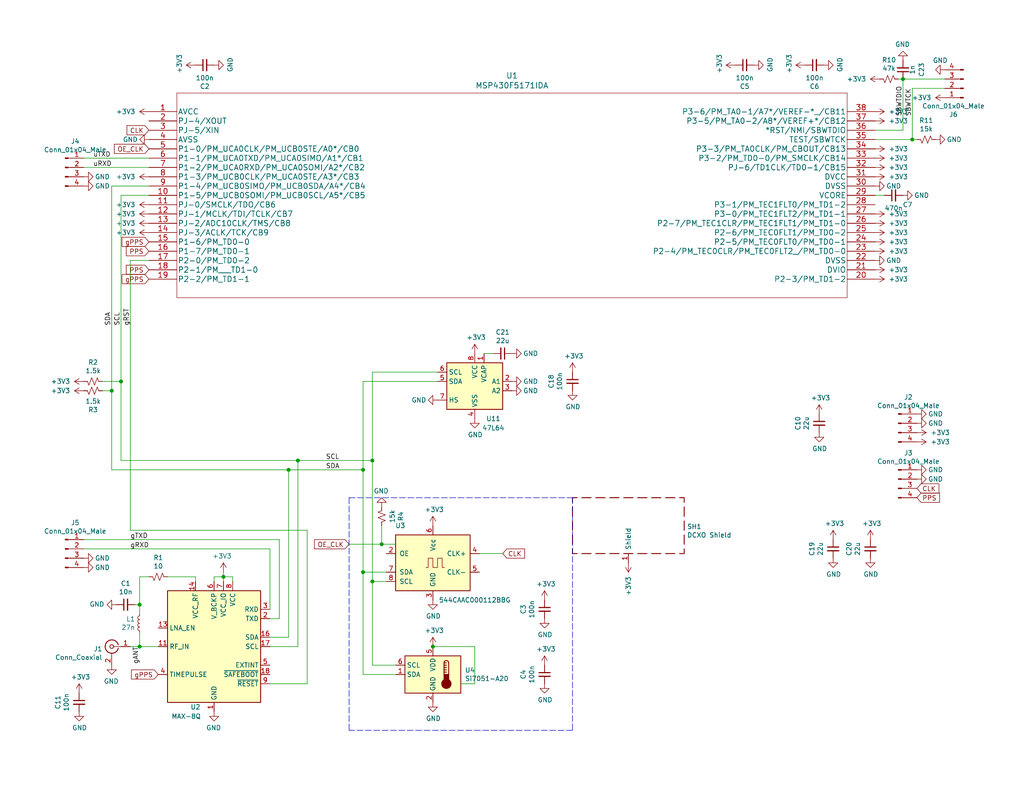
<source format=kicad_sch>
(kicad_sch (version 20211123) (generator eeschema)
  (paper "A")
  (lib_symbols
    (symbol "Connector:Conn_01x04_Male" (pin_names (offset 1.016) hide)
      (property "Reference" "J" (at 0 5.08 0))
      (property "Value" "Conn_01x04_Male" (at 0 -7.62 0))
      (symbol "Conn_01x04_Male_1_1"
        (polyline (pts (xy 1.27 -5.08) (xy 0.8636 -5.08)) (stroke (width 0.1524)))
        (polyline (pts (xy 1.27 -2.54) (xy 0.8636 -2.54)) (stroke (width 0.1524)))
        (polyline (pts (xy 1.27 0) (xy 0.8636 0)) (stroke (width 0.1524)))
        (polyline (pts (xy 1.27 2.54) (xy 0.8636 2.54)) (stroke (width 0.1524)))
        (rectangle (start 0.8636 -4.953) (end 0 -5.207) (stroke (width 0.1524)) (fill (type outline)))
        (rectangle (start 0.8636 -2.413) (end 0 -2.667) (stroke (width 0.1524)) (fill (type outline)))
        (rectangle (start 0.8636 0.127) (end 0 -0.127) (stroke (width 0.1524)) (fill (type outline)))
        (rectangle (start 0.8636 2.667) (end 0 2.413) (stroke (width 0.1524)) (fill (type outline)))
        (pin passive line (at 5.08 2.54 180) (length 3.81) (name "Pin_1") (number "1"))
        (pin passive line (at 5.08 0 180) (length 3.81) (name "Pin_2") (number "2"))
        (pin passive line (at 5.08 -2.54 180) (length 3.81) (name "Pin_3") (number "3"))
        (pin passive line (at 5.08 -5.08 180) (length 3.81) (name "Pin_4") (number "4"))
      )
    )
    (symbol "Connector:Conn_Coaxial" (pin_names (offset 1.016) hide)
      (property "Reference" "J" (at 0.254 3.048 0))
      (property "Value" "Conn_Coaxial" (at 2.921 0 90))
      (symbol "Conn_Coaxial_0_1"
        (arc (start -1.778 -0.508) (mid 0.222 -1.808) (end 1.778 0) (stroke (width 0.254)))
        (polyline (pts (xy -2.54 0) (xy -0.508 0)))
        (polyline (pts (xy 0 -2.54) (xy 0 -1.778)))
        (circle (center 0 0) (radius 0.508) (stroke (width 0.2032)))
        (arc (start 1.778 0) (mid 0.2221 1.8083) (end -1.778 0.508) (stroke (width 0.254)))
      )
      (symbol "Conn_Coaxial_1_1"
        (pin passive line (at -5.08 0 0) (length 2.54) (name "In") (number "1"))
        (pin passive line (at 0 -5.08 90) (length 2.54) (name "Ext") (number "2"))
      )
    )
    (symbol "Device:C_Small" (pin_numbers hide) (pin_names (offset 0.254) hide)
      (property "Reference" "C" (at 0.254 1.778 0))
      (property "Value" "C_Small" (at 0.254 -2.032 0))
      (symbol "C_Small_0_1"
        (polyline (pts (xy -1.524 -0.508) (xy 1.524 -0.508)) (stroke (width 0.3302)))
        (polyline (pts (xy -1.524 0.508) (xy 1.524 0.508)) (stroke (width 0.3048)))
      )
      (symbol "C_Small_1_1"
        (pin passive line (at 0 2.54 270) (length 2.032) (name "~") (number "1"))
        (pin passive line (at 0 -2.54 90) (length 2.032) (name "~") (number "2"))
      )
    )
    (symbol "Device:L_Small" (pin_numbers hide) (pin_names (offset 0.254) hide)
      (property "Reference" "L" (at 0.762 1.016 0))
      (property "Value" "L_Small" (at 0.762 -1.016 0))
      (symbol "L_Small_0_1"
        (arc (start 0 -2.032) (mid 0.508 -1.524) (end 0 -1.016))
        (arc (start 0 -1.016) (mid 0.508 -0.508) (end 0 0))
        (arc (start 0 0) (mid 0.508 0.508) (end 0 1.016))
        (arc (start 0 1.016) (mid 0.508 1.524) (end 0 2.032))
      )
      (symbol "L_Small_1_1"
        (pin passive line (at 0 2.54 270) (length 0.508) (name "~") (number "1"))
        (pin passive line (at 0 -2.54 90) (length 0.508) (name "~") (number "2"))
      )
    )
    (symbol "Device:RF_Shield_One_Piece" (pin_names (offset 1.016))
      (property "Reference" "J" (at 0 5.08 0))
      (property "Value" "Device_RF_Shield_One_Piece" (at 0 2.54 0))
      (symbol "RF_Shield_One_Piece_0_1"
        (polyline (pts (xy -15.24 -5.08) (xy -15.24 -2.54)) (stroke (width 0.254)))
        (polyline (pts (xy -15.24 -1.27) (xy -15.24 1.27)) (stroke (width 0.254)))
        (polyline (pts (xy -15.24 2.54) (xy -15.24 5.08)) (stroke (width 0.254)))
        (polyline (pts (xy -12.7 7.62) (xy -10.16 7.62)) (stroke (width 0.254)))
        (polyline (pts (xy -10.16 -7.62) (xy -12.7 -7.62)) (stroke (width 0.254)))
        (polyline (pts (xy -6.35 -7.62) (xy -8.89 -7.62)) (stroke (width 0.254)))
        (polyline (pts (xy -6.35 7.62) (xy -8.89 7.62)) (stroke (width 0.254)))
        (polyline (pts (xy -2.54 -7.62) (xy -5.08 -7.62)) (stroke (width 0.254)))
        (polyline (pts (xy -2.54 7.62) (xy -5.08 7.62)) (stroke (width 0.254)))
        (polyline (pts (xy -1.27 -7.62) (xy 1.27 -7.62)) (stroke (width 0.254)))
        (polyline (pts (xy 1.27 7.62) (xy -1.27 7.62)) (stroke (width 0.254)))
        (polyline (pts (xy 2.54 -7.62) (xy 5.08 -7.62)) (stroke (width 0.254)))
        (polyline (pts (xy 5.08 7.62) (xy 2.54 7.62)) (stroke (width 0.254)))
        (polyline (pts (xy 6.35 -7.62) (xy 8.89 -7.62)) (stroke (width 0.254)))
        (polyline (pts (xy 8.89 7.62) (xy 6.35 7.62)) (stroke (width 0.254)))
        (polyline (pts (xy 10.16 -7.62) (xy 12.7 -7.62)) (stroke (width 0.254)))
        (polyline (pts (xy 12.7 7.62) (xy 10.16 7.62)) (stroke (width 0.254)))
        (polyline (pts (xy 15.24 -5.08) (xy 15.24 -2.54)) (stroke (width 0.254)))
        (polyline (pts (xy 15.24 -1.27) (xy 15.24 1.27)) (stroke (width 0.254)))
        (polyline (pts (xy 15.24 2.54) (xy 15.24 5.08)) (stroke (width 0.254)))
        (polyline (pts (xy -15.24 6.35) (xy -15.24 7.62) (xy -13.97 7.62)) (stroke (width 0.254)))
        (polyline (pts (xy -13.97 -7.62) (xy -15.24 -7.62) (xy -15.24 -6.35)) (stroke (width 0.254)))
        (polyline (pts (xy 13.97 -7.62) (xy 15.24 -7.62) (xy 15.24 -6.35)) (stroke (width 0.254)))
        (polyline (pts (xy 15.24 6.35) (xy 15.24 7.62) (xy 13.97 7.62)) (stroke (width 0.254)))
      )
      (symbol "RF_Shield_One_Piece_1_1"
        (pin passive line (at 0 -10.16 90) (length 2.54) (name "Shield") (number "1"))
      )
    )
    (symbol "Device:R_Small_US" (pin_numbers hide) (pin_names (offset 0.254) hide)
      (property "Reference" "R" (at 0.762 0.508 0))
      (property "Value" "R_Small_US" (at 0.762 -1.016 0))
      (symbol "R_Small_US_1_1"
        (polyline (pts (xy 0 0) (xy 1.016 -0.381) (xy 0 -0.762) (xy -1.016 -1.143) (xy 0 -1.524)))
        (polyline (pts (xy 0 1.524) (xy 1.016 1.143) (xy 0 0.762) (xy -1.016 0.381) (xy 0 0)))
        (pin passive line (at 0 2.54 270) (length 1.016) (name "~") (number "1"))
        (pin passive line (at 0 -2.54 90) (length 1.016) (name "~") (number "2"))
      )
    )
    (symbol "Memory_NVRAM:47L16"
      (property "Reference" "U" (at -6.35 6.35 0))
      (property "Value" "47L16" (at 7.62 6.35 0))
      (symbol "47L16_1_1"
        (rectangle (start -7.62 5.08) (end 7.62 -7.62) (stroke (width 0.254)) (fill (type background)))
        (pin power_in line (at 2.54 7.62 270) (length 2.54) (name "VCAP") (number "1"))
        (pin input line (at 10.16 0 180) (length 2.54) (name "A1") (number "2"))
        (pin input line (at 10.16 -2.54 180) (length 2.54) (name "A2") (number "3"))
        (pin power_in line (at 0 -10.16 90) (length 2.54) (name "VSS") (number "4"))
        (pin bidirectional line (at -10.16 0 0) (length 2.54) (name "SDA") (number "5"))
        (pin input line (at -10.16 2.54 0) (length 2.54) (name "SCL") (number "6"))
        (pin input line (at -10.16 -5.08 0) (length 2.54) (name "HS") (number "7"))
        (pin power_in line (at 0 7.62 270) (length 2.54) (name "VCC") (number "8"))
      )
    )
    (symbol "Oscillator:Si570" (pin_names (offset 1.016))
      (property "Reference" "U" (at -8.89 8.89 0))
      (property "Value" "Si570" (at 7.62 -8.89 0))
      (symbol "Si570_0_1"
        (rectangle (start -10.16 7.62) (end 10.16 -7.62) (stroke (width 0.254)) (fill (type background)))
        (polyline (pts (xy -1.905 -1.27) (xy -1.27 -1.27) (xy -1.27 1.27) (xy 0 1.27) (xy 0 -1.27) (xy 1.27 -1.27) (xy 1.27 1.27) (xy 2.54 1.27) (xy 2.54 -1.27) (xy 3.175 -1.27)))
      )
      (symbol "Si570_1_1"
        (pin no_connect line (at -10.16 5.08 0) (length 2.54) hide (name "NC") (number "1"))
        (pin input line (at -12.7 2.54 0) (length 2.54) (name "OE") (number "2"))
        (pin power_in line (at 0 -10.16 90) (length 2.54) (name "GND") (number "3"))
        (pin output line (at 12.7 2.54 180) (length 2.54) (name "CLK+") (number "4"))
        (pin output line (at 12.7 -2.54 180) (length 2.54) (name "CLK-") (number "5"))
        (pin power_in line (at 0 10.16 270) (length 2.54) (name "Vcc") (number "6"))
        (pin bidirectional line (at -12.7 -2.54 0) (length 2.54) (name "SDA") (number "7"))
        (pin input line (at -12.7 -5.08 0) (length 2.54) (name "SCL") (number "8"))
      )
    )
    (symbol "RF_GPS:MAX-8Q"
      (property "Reference" "U" (at -10.16 16.51 0))
      (property "Value" "MAX-8Q" (at 11.43 16.51 0))
      (symbol "MAX-8Q_0_1"
        (rectangle (start 12.7 15.24) (end -12.7 -15.24) (stroke (width 0.254)) (fill (type background)))
      )
      (symbol "MAX-8Q_1_1"
        (pin power_in line (at 0 -17.78 90) (length 2.54) (name "GND") (number "1"))
        (pin passive line (at 0 -17.78 90) (length 2.54) hide (name "GND") (number "10"))
        (pin input line (at 15.24 0 180) (length 2.54) (name "RF_IN") (number "11"))
        (pin passive line (at 0 -17.78 90) (length 2.54) hide (name "GND") (number "12"))
        (pin output line (at 15.24 5.08 180) (length 2.54) (name "LNA_EN") (number "13"))
        (pin power_out line (at 5.08 17.78 270) (length 2.54) (name "VCC_RF") (number "14"))
        (pin no_connect line (at 12.7 -5.08 180) (length 2.54) hide (name "Reserved") (number "15"))
        (pin bidirectional line (at -15.24 2.54 0) (length 2.54) (name "SDA") (number "16"))
        (pin input line (at -15.24 0 0) (length 2.54) (name "SCL") (number "17"))
        (pin input line (at -15.24 -7.62 0) (length 2.54) (name "~{SAFEBOOT}") (number "18"))
        (pin output line (at -15.24 7.62 0) (length 2.54) (name "TXD") (number "2"))
        (pin input line (at -15.24 10.16 0) (length 2.54) (name "RXD") (number "3"))
        (pin output line (at 15.24 -7.62 180) (length 2.54) (name "TIMEPULSE") (number "4"))
        (pin input line (at -15.24 -5.08 0) (length 2.54) (name "EXTINT") (number "5"))
        (pin power_in line (at 0 17.78 270) (length 2.54) (name "V_BCKP") (number "6"))
        (pin power_in line (at -2.54 17.78 270) (length 2.54) (name "VCC_IO") (number "7"))
        (pin power_in line (at -5.08 17.78 270) (length 2.54) (name "VCC") (number "8"))
        (pin input line (at -15.24 -10.16 0) (length 2.54) (name "~{RESET}") (number "9"))
      )
    )
    (symbol "Sensor_Temperature:Si7051-A20"
      (property "Reference" "U" (at -6.35 6.35 0))
      (property "Value" "Si7051-A20" (at 7.62 6.35 0))
      (symbol "Si7051-A20_0_1"
        (rectangle (start -7.62 5.08) (end 7.62 -5.08) (stroke (width 0.254)) (fill (type background)))
      )
      (symbol "Si7051-A20_1_1"
        (polyline (pts (xy 3.048 0.635) (xy 3.683 0.635)) (stroke (width 0.254)))
        (polyline (pts (xy 3.048 1.27) (xy 3.683 1.27)) (stroke (width 0.254)))
        (polyline (pts (xy 3.048 1.905) (xy 3.683 1.905)) (stroke (width 0.254)))
        (polyline (pts (xy 3.048 2.54) (xy 3.683 2.54)) (stroke (width 0.254)))
        (polyline (pts (xy 3.048 3.175) (xy 3.048 0)) (stroke (width 0.254)))
        (polyline (pts (xy 3.048 3.175) (xy 3.683 3.175)) (stroke (width 0.254)))
        (polyline (pts (xy 4.318 3.175) (xy 4.318 0)) (stroke (width 0.254)))
        (circle (center 3.683 -2.54) (radius 1.27) (stroke (width 0.254)) (fill (type outline)))
        (rectangle (start 4.318 -1.905) (end 3.048 0) (stroke (width 0.254)) (fill (type outline)))
        (arc (start 4.318 3.175) (mid 3.683 3.81) (end 3.048 3.175) (stroke (width 0.254)))
        (pin bidirectional line (at -10.16 0 0) (length 2.54) (name "SDA") (number "1"))
        (pin power_in line (at 0 -7.62 90) (length 2.54) (name "GND") (number "2"))
        (pin no_connect line (at 7.62 2.54 180) (length 2.54) hide (name "NC") (number "3"))
        (pin no_connect line (at 7.62 -2.54 180) (length 2.54) hide (name "NC") (number "4"))
        (pin power_in line (at 0 7.62 270) (length 2.54) (name "VDD") (number "5"))
        (pin input line (at -10.16 2.54 0) (length 2.54) (name "SCL") (number "6"))
      )
    )
    (symbol "gpsdo-rescue:MSP430F5171IDA-2021-07-26_01-49-48" (pin_names (offset 0.254))
      (property "Reference" "U" (at 99.06 10.16 0))
      (property "Value" "MSP430F5171IDA-2021-07-26_01-49-48" (at 99.06 7.62 0))
      (symbol "MSP430F5171IDA-2021-07-26_01-49-48_1_1"
        (polyline (pts (xy 7.62 -50.8) (xy 190.5 -50.8)) (stroke (width 0.127)))
        (polyline (pts (xy 7.62 5.08) (xy 7.62 -50.8)) (stroke (width 0.127)))
        (polyline (pts (xy 190.5 -50.8) (xy 190.5 5.08)) (stroke (width 0.127)))
        (polyline (pts (xy 190.5 5.08) (xy 7.62 5.08)) (stroke (width 0.127)))
        (pin power_in line (at 0 0 0) (length 7.62) (name "AVCC") (number "1"))
        (pin bidirectional line (at 0 -22.86 0) (length 7.62) (name "P1-5/PM_UCB0SOMI/PM_UCB0SCL/A5*/CB5") (number "10"))
        (pin bidirectional line (at 0 -25.4 0) (length 7.62) (name "PJ-0/SMCLK/TDO/CB6") (number "11"))
        (pin bidirectional line (at 0 -27.94 0) (length 7.62) (name "PJ-1/MCLK/TDI/TCLK/CB7") (number "12"))
        (pin bidirectional line (at 0 -30.48 0) (length 7.62) (name "PJ-2/ADC10CLK/TMS/CB8") (number "13"))
        (pin bidirectional line (at 0 -33.02 0) (length 7.62) (name "PJ-3/ACLK/TCK/CB9") (number "14"))
        (pin bidirectional line (at 0 -35.56 0) (length 7.62) (name "P1-6/PM_TD0-0") (number "15"))
        (pin bidirectional line (at 0 -38.1 0) (length 7.62) (name "P1-7/PM_TD0-1") (number "16"))
        (pin bidirectional line (at 0 -40.64 0) (length 7.62) (name "P2-0/PM_TD0-2") (number "17"))
        (pin bidirectional line (at 0 -43.18 0) (length 7.62) (name "P2-1/PM___TD1-0") (number "18"))
        (pin bidirectional line (at 0 -45.72 0) (length 7.62) (name "P2-2/PM_TD1-1") (number "19"))
        (pin bidirectional line (at 0 -2.54 0) (length 7.62) (name "PJ-4/XOUT") (number "2"))
        (pin bidirectional line (at 198.12 -45.72 180) (length 7.62) (name "P2-3/PM_TD1-2") (number "20"))
        (pin power_in line (at 198.12 -43.18 180) (length 7.62) (name "DVIO") (number "21"))
        (pin power_in line (at 198.12 -40.64 180) (length 7.62) (name "DVSS") (number "22"))
        (pin bidirectional line (at 198.12 -38.1 180) (length 7.62) (name "P2-4/PM_TEC0CLR/PM_TEC0FLT2_/PM_TD0-0") (number "23"))
        (pin bidirectional line (at 198.12 -35.56 180) (length 7.62) (name "P2-5/PM_TEC0FLT0/PM_TD0-1") (number "24"))
        (pin bidirectional line (at 198.12 -33.02 180) (length 7.62) (name "P2-6/PM_TEC0FLT1/PM_TD0-2") (number "25"))
        (pin bidirectional line (at 198.12 -30.48 180) (length 7.62) (name "P2-7/PM_TEC1CLR/PM_TEC1FLT1/PM_TD1-0") (number "26"))
        (pin bidirectional line (at 198.12 -27.94 180) (length 7.62) (name "P3-0/PM_TEC1FLT2/PM_TD1-1") (number "27"))
        (pin bidirectional line (at 198.12 -25.4 180) (length 7.62) (name "P3-1/PM_TEC1FLT0/PM_TD1-2") (number "28"))
        (pin power_in line (at 198.12 -22.86 180) (length 7.62) (name "VCORE") (number "29"))
        (pin bidirectional line (at 0 -5.08 0) (length 7.62) (name "PJ-5/XIN") (number "3"))
        (pin power_in line (at 198.12 -20.32 180) (length 7.62) (name "DVSS") (number "30"))
        (pin power_in line (at 198.12 -17.78 180) (length 7.62) (name "DVCC") (number "31"))
        (pin bidirectional line (at 198.12 -15.24 180) (length 7.62) (name "PJ-6/TD1CLK/TD0-1/CB15") (number "32"))
        (pin bidirectional line (at 198.12 -12.7 180) (length 7.62) (name "P3-2/PM_TD0-0/PM_SMCLK/CB14") (number "33"))
        (pin bidirectional line (at 198.12 -10.16 180) (length 7.62) (name "P3-3/PM_TA0CLK/PM_CBOUT/CB13") (number "34"))
        (pin bidirectional line (at 198.12 -7.62 180) (length 7.62) (name "TEST/SBWTCK") (number "35"))
        (pin bidirectional line (at 198.12 -5.08 180) (length 7.62) (name "*RST/NMI/SBWTDIO") (number "36"))
        (pin bidirectional line (at 198.12 -2.54 180) (length 7.62) (name "P3-5/PM_TA0-2/A8*/VEREF+*/CB12") (number "37"))
        (pin bidirectional line (at 198.12 0 180) (length 7.62) (name "P3-6/PM_TA0-1/A7*/VEREF-*_/CB11") (number "38"))
        (pin power_in line (at 0 -7.62 0) (length 7.62) (name "AVSS") (number "4"))
        (pin bidirectional line (at 0 -10.16 0) (length 7.62) (name "P1-0/PM_UCA0CLK/PM_UCB0STE/A0*/CB0") (number "5"))
        (pin bidirectional line (at 0 -12.7 0) (length 7.62) (name "P1-1/PM_UCA0TXD/PM_UCA0SIMO/A1*/CB1") (number "6"))
        (pin bidirectional line (at 0 -15.24 0) (length 7.62) (name "P1-2/PM_UCA0RXD/PM_UCA0SOMI/A2*/CB2") (number "7"))
        (pin bidirectional line (at 0 -17.78 0) (length 7.62) (name "P1-3/PM_UCB0CLK/PM_UCA0STE/A3*/CB3") (number "8"))
        (pin bidirectional line (at 0 -20.32 0) (length 7.62) (name "P1-4/PM_UCB0SIMO/PM_UCB0SDA/A4*/CB4") (number "9"))
      )
    )
    (symbol "power:+3.3V" (power) (pin_names (offset 0))
      (property "Value" "+3.3V" (at 0 3.556 0))
      (symbol "+3.3V_0_1"
        (polyline (pts (xy -0.762 1.27) (xy 0 2.54)))
        (polyline (pts (xy 0 0) (xy 0 2.54)))
        (polyline (pts (xy 0 2.54) (xy 0.762 1.27)))
      )
      (symbol "+3.3V_1_1"
        (pin power_in line (at 0 0 90) (length 0) hide (name "+3V3") (number "1"))
      )
    )
    (symbol "power:GND" (power) (pin_names (offset 0))
      (property "Value" "GND" (at 0 -3.81 0))
      (symbol "GND_0_1"
        (polyline (pts (xy 0 0) (xy 0 -1.27) (xy 1.27 -1.27) (xy 0 -2.54) (xy -1.27 -1.27) (xy 0 -1.27)))
      )
      (symbol "GND_1_1"
        (pin power_in line (at 0 0 270) (length 0) hide (name "GND") (number "1"))
      )
    )
  )
  (junction (at 99.06 156.21))
  (junction (at 78.74 128.27))
  (junction (at 118.11 176.53))
  (junction (at 81.28 125.73))
  (junction (at 101.6 125.73))
  (junction (at 99.06 128.27))
  (junction (at 33.02 104.14))
  (junction (at 248.92 38.1))
  (junction (at 38.1 176.53))
  (junction (at 104.14 148.59))
  (junction (at 246.38 21.59))
  (junction (at 60.96 157.48))
  (junction (at 101.6 158.75))
  (junction (at 38.1 165.1))
  (junction (at 30.48 106.68))
  (wire (pts (xy 99.06 128.27) (xy 99.06 156.21)))
  (wire (pts (xy 33.02 53.34) (xy 33.02 104.14)))
  (wire (pts (xy 241.3 53.34) (xy 238.76 53.34)))
  (wire (pts (xy 95.25 148.59) (xy 104.14 148.59)))
  (wire (pts (xy 73.66 186.69) (xy 83.82 186.69)))
  (wire (pts (xy 60.96 156.21) (xy 60.96 157.48)))
  (wire (pts (xy 238.76 35.56) (xy 246.38 35.56)))
  (wire (pts (xy 58.42 158.75) (xy 58.42 157.48)))
  (wire (pts (xy 35.56 144.78) (xy 35.56 71.12)))
  (wire (pts (xy 58.42 157.48) (xy 60.96 157.48)))
  (wire (pts (xy 43.18 176.53) (xy 38.1 176.53)))
  (wire (pts (xy 125.73 186.69) (xy 129.54 186.69)))
  (wire (pts (xy 246.38 21.59) (xy 257.81 21.59)))
  (wire (pts (xy 35.56 71.12) (xy 40.64 71.12)))
  (wire (pts (xy 73.66 176.53) (xy 81.28 176.53)))
  (polyline (pts (xy 156.21 135.89) (xy 156.21 199.39)))
  (wire (pts (xy 99.06 156.21) (xy 99.06 184.15)))
  (wire (pts (xy 245.11 21.59) (xy 246.38 21.59)))
  (polyline (pts (xy 95.25 135.89) (xy 156.21 135.89)))
  (wire (pts (xy 101.6 101.6) (xy 101.6 125.73)))
  (wire (pts (xy 33.02 125.73) (xy 81.28 125.73)))
  (wire (pts (xy 248.92 24.13) (xy 257.81 24.13)))
  (wire (pts (xy 53.34 158.75) (xy 53.34 157.48)))
  (wire (pts (xy 38.1 157.48) (xy 38.1 165.1)))
  (wire (pts (xy 30.48 106.68) (xy 30.48 50.8)))
  (wire (pts (xy 130.81 151.13) (xy 137.16 151.13)))
  (wire (pts (xy 101.6 158.75) (xy 105.41 158.75)))
  (wire (pts (xy 76.2 168.91) (xy 76.2 147.32)))
  (wire (pts (xy 104.14 148.59) (xy 107.95 148.59)))
  (wire (pts (xy 27.94 104.14) (xy 33.02 104.14)))
  (wire (pts (xy 129.54 176.53) (xy 118.11 176.53)))
  (wire (pts (xy 119.38 104.14) (xy 99.06 104.14)))
  (wire (pts (xy 30.48 106.68) (xy 30.48 128.27)))
  (wire (pts (xy 238.76 38.1) (xy 248.92 38.1)))
  (wire (pts (xy 63.5 158.75) (xy 63.5 157.48)))
  (wire (pts (xy 105.41 156.21) (xy 99.06 156.21)))
  (wire (pts (xy 63.5 157.48) (xy 60.96 157.48)))
  (wire (pts (xy 30.48 50.8) (xy 40.64 50.8)))
  (wire (pts (xy 250.19 38.1) (xy 248.92 38.1)))
  (wire (pts (xy 40.64 157.48) (xy 38.1 157.48)))
  (wire (pts (xy 78.74 128.27) (xy 30.48 128.27)))
  (wire (pts (xy 99.06 104.14) (xy 99.06 128.27)))
  (wire (pts (xy 83.82 186.69) (xy 83.82 144.78)))
  (wire (pts (xy 248.92 38.1) (xy 248.92 24.13)))
  (wire (pts (xy 22.86 45.72) (xy 40.64 45.72)))
  (wire (pts (xy 60.96 157.48) (xy 60.96 158.75)))
  (wire (pts (xy 36.83 165.1) (xy 38.1 165.1)))
  (wire (pts (xy 76.2 147.32) (xy 22.86 147.32)))
  (wire (pts (xy 83.82 144.78) (xy 35.56 144.78)))
  (wire (pts (xy 73.66 149.86) (xy 22.86 149.86)))
  (wire (pts (xy 38.1 176.53) (xy 35.56 176.53)))
  (wire (pts (xy 78.74 128.27) (xy 78.74 173.99)))
  (wire (pts (xy 101.6 158.75) (xy 101.6 181.61)))
  (polyline (pts (xy 95.25 135.89) (xy 95.25 199.39)))
  (wire (pts (xy 27.94 106.68) (xy 30.48 106.68)))
  (wire (pts (xy 107.95 181.61) (xy 101.6 181.61)))
  (wire (pts (xy 99.06 128.27) (xy 78.74 128.27)))
  (wire (pts (xy 81.28 176.53) (xy 81.28 125.73)))
  (wire (pts (xy 78.74 173.99) (xy 73.66 173.99)))
  (wire (pts (xy 101.6 125.73) (xy 101.6 158.75)))
  (wire (pts (xy 38.1 165.1) (xy 38.1 167.64)))
  (wire (pts (xy 73.66 166.37) (xy 73.66 149.86)))
  (wire (pts (xy 99.06 184.15) (xy 107.95 184.15)))
  (wire (pts (xy 40.64 53.34) (xy 33.02 53.34)))
  (wire (pts (xy 33.02 104.14) (xy 33.02 125.73)))
  (wire (pts (xy 45.72 157.48) (xy 53.34 157.48)))
  (wire (pts (xy 73.66 168.91) (xy 76.2 168.91)))
  (wire (pts (xy 22.86 43.18) (xy 40.64 43.18)))
  (wire (pts (xy 119.38 101.6) (xy 101.6 101.6)))
  (polyline (pts (xy 156.21 199.39) (xy 95.25 199.39)))
  (wire (pts (xy 134.62 96.52) (xy 132.08 96.52)))
  (wire (pts (xy 38.1 172.72) (xy 38.1 176.53)))
  (wire (pts (xy 104.14 143.51) (xy 104.14 148.59)))
  (wire (pts (xy 246.38 35.56) (xy 246.38 21.59)))
  (wire (pts (xy 81.28 125.73) (xy 101.6 125.73)))
  (wire (pts (xy 129.54 186.69) (xy 129.54 176.53)))
  (label "SCL" (at 88.9 125.73 0))
  (label "gRXD" (at 35.56 149.86 0))
  (label "SDA" (at 88.9 128.27 0))
  (label "gANT" (at 38.1 176.53 270))
  (label "gTXD" (at 35.56 147.32 0))
  (label "SCL" (at 33.02 88.9 90))
  (label "SBWTDIO" (at 246.38 31.75 90))
  (label "uTXD" (at 25.4 43.18 0))
  (label "uRXD" (at 25.4 45.72 0))
  (label "SDA" (at 30.48 88.9 90))
  (label "SBWTCK" (at 248.92 31.75 90))
  (label "gRST" (at 35.56 88.9 90))
  (global_label "OE_CLK" (shape input) (at 95.25 148.59 180) (property "Intersheet References" "${INTERSHEET_REFS}" (effects hide)))
  (global_label "CLK" (shape input) (at 250.19 133.35 0) (property "Intersheet References" "${INTERSHEET_REFS}" (effects hide)))
  (global_label "PPS" (shape input) (at 250.19 135.89 0) (property "Intersheet References" "${INTERSHEET_REFS}" (effects hide)))
  (global_label "gPPS" (shape input) (at 43.18 184.15 180) (property "Intersheet References" "${INTERSHEET_REFS}" (effects hide)))
  (global_label "CLK" (shape input) (at 40.64 35.56 180) (property "Intersheet References" "${INTERSHEET_REFS}" (effects hide)))
  (global_label "OE_CLK" (shape input) (at 40.64 40.64 180) (property "Intersheet References" "${INTERSHEET_REFS}" (effects hide)))
  (global_label "PPS" (shape input) (at 40.64 68.58 180) (property "Intersheet References" "${INTERSHEET_REFS}" (effects hide)))
  (global_label "gPPS" (shape input) (at 40.64 76.2 180) (property "Intersheet References" "${INTERSHEET_REFS}" (effects hide)))
  (global_label "gPPS" (shape input) (at 40.64 66.04 180) (property "Intersheet References" "${INTERSHEET_REFS}" (effects hide)))
  (global_label "CLK" (shape input) (at 137.16 151.13 0) (property "Intersheet References" "${INTERSHEET_REFS}" (effects hide)))
  (global_label "PPS" (shape input) (at 40.64 73.66 180) (property "Intersheet References" "${INTERSHEET_REFS}" (effects hide)))
  (symbol (lib_id "power:+3.3V") (at 118.11 176.53 0) (unit 1)
    (property "Reference" "#PWR011" (effects hide))
    (property "Value" "+3.3V" (at 118.491 172.1358 0))
  )
  (symbol (lib_id "power:+3.3V") (at 118.11 143.51 0) (unit 1)
    (property "Reference" "#PWR09" (effects hide))
    (property "Value" "+3.3V" (at 118.491 139.1158 0))
  )
  (symbol (lib_id "Connector:Conn_Coaxial") (at 30.48 176.53 0) (mirror y) (unit 1)
    (property "Reference" "J1" (at 27.94 177.165 0) (effects (justify left)))
    (property "Value" "Conn_Coaxial" (at 27.94 179.4764 0) (effects (justify left)))
    (property "Footprint" "Connector_Coaxial:SMA_Molex_73251-1153_EdgeMount_Horizontal" (effects hide))
    (property "Datasheet" " ~" (effects hide))
  )
  (symbol (lib_id "power:GND") (at 30.48 181.61 0) (mirror y) (unit 1)
    (property "Reference" "#PWR01" (effects hide))
    (property "Value" "GND" (at 30.353 186.0042 0))
  )
  (symbol (lib_id "Device:L_Small") (at 38.1 170.18 0) (mirror y) (unit 1)
    (property "Reference" "L1" (at 36.8808 169.0116 0) (effects (justify left)))
    (property "Value" "27n" (at 36.8808 171.323 0) (effects (justify left)))
    (property "Footprint" "Resistor_SMD:R_0603_1608Metric" (effects hide))
  )
  (symbol (lib_id "Device:C_Small") (at 34.29 165.1 90) (mirror x) (unit 1)
    (property "Reference" "C1" (at 34.29 159.2834 90))
    (property "Value" "10n" (at 34.29 161.5948 90))
    (property "Footprint" "Resistor_SMD:R_0603_1608Metric" (effects hide))
  )
  (symbol (lib_id "power:GND") (at 31.75 165.1 270) (mirror x) (unit 1)
    (property "Reference" "#PWR02" (effects hide))
    (property "Value" "GND" (at 28.4988 164.973 90) (effects (justify right)))
  )
  (symbol (lib_id "Oscillator:Si570") (at 118.11 153.67 0) (unit 1)
    (property "Reference" "U3" (at 109.22 143.51 0))
    (property "Value" "544CAAC000112BBG" (at 129.54 163.83 0))
    (property "Footprint" "Oscillator:Oscillator_SMD_SI570_SI571_Standard" (effects hide))
    (property "Datasheet" "http://www.silabs.com/Support%20Documents/TechnicalDocs/si570.pdf" (effects hide))
  )
  (symbol (lib_id "power:+3.3V") (at 60.96 156.21 0) (mirror y) (unit 1)
    (property "Reference" "#PWR08" (effects hide))
    (property "Value" "+3.3V" (at 60.579 151.8158 0))
  )
  (symbol (lib_id "RF_GPS:MAX-8Q") (at 58.42 176.53 0) (mirror y) (unit 1)
    (property "Reference" "U2" (at 53.34 193.04 0))
    (property "Value" "MAX-8Q" (at 50.8 195.58 0))
    (property "Footprint" "RF_GPS:ublox_MAX" (effects hide))
    (property "Datasheet" "https://www.u-blox.com/sites/default/files/MAX-8_DataSheet_%28UBX-16000093%29.pdf" (effects hide))
  )
  (symbol (lib_id "Sensor_Temperature:Si7051-A20") (at 118.11 184.15 0) (unit 1)
    (property "Reference" "U4" (at 126.8476 182.9816 0) (effects (justify left)))
    (property "Value" "Si7051-A20" (at 126.8476 185.293 0) (effects (justify left)))
    (property "Footprint" "Package_DFN_QFN:DFN-6-1EP_3x3mm_P1mm_EP1.5x2.4mm" (effects hide))
    (property "Datasheet" "https://www.silabs.com/documents/public/data-sheets/Si7050-1-3-4-5-A20.pdf" (effects hide))
  )
  (symbol (lib_id "Device:R_Small_US") (at 43.18 157.48 90) (mirror x) (unit 1)
    (property "Reference" "R1" (at 43.18 152.273 90))
    (property "Value" "10" (at 43.18 154.5844 90))
    (property "Footprint" "Resistor_SMD:R_0603_1608Metric" (effects hide))
  )
  (symbol (lib_id "power:GND") (at 118.11 191.77 0) (unit 1)
    (property "Reference" "#PWR012" (effects hide))
    (property "Value" "GND" (at 118.237 196.1642 0))
  )
  (symbol (lib_id "power:GND") (at 118.11 163.83 0) (unit 1)
    (property "Reference" "#PWR010" (effects hide))
    (property "Value" "GND" (at 118.237 168.2242 0))
  )
  (symbol (lib_id "power:GND") (at 58.42 194.31 0) (mirror y) (unit 1)
    (property "Reference" "#PWR07" (effects hide))
    (property "Value" "GND" (at 58.293 198.7042 0))
  )
  (symbol (lib_id "Device:C_Small") (at 148.59 166.37 0) (unit 1)
    (property "Reference" "C3" (at 142.7734 166.37 90))
    (property "Value" "100n" (at 145.0848 166.37 90))
    (property "Footprint" "Resistor_SMD:R_0603_1608Metric" (effects hide))
  )
  (symbol (lib_id "Device:C_Small") (at 148.59 184.15 0) (unit 1)
    (property "Reference" "C4" (at 142.7734 184.15 90))
    (property "Value" "100n" (at 145.0848 184.15 90))
    (property "Footprint" "Resistor_SMD:R_0603_1608Metric" (effects hide))
  )
  (symbol (lib_id "power:GND") (at 148.59 186.69 0) (unit 1)
    (property "Reference" "#PWR016" (effects hide))
    (property "Value" "GND" (at 148.717 191.0842 0))
  )
  (symbol (lib_id "power:GND") (at 148.59 168.91 0) (unit 1)
    (property "Reference" "#PWR014" (effects hide))
    (property "Value" "GND" (at 148.717 173.3042 0))
  )
  (symbol (lib_id "power:+3.3V") (at 148.59 181.61 0) (unit 1)
    (property "Reference" "#PWR015" (effects hide))
    (property "Value" "+3.3V" (at 148.971 177.2158 0))
  )
  (symbol (lib_id "power:+3.3V") (at 148.59 163.83 0) (unit 1)
    (property "Reference" "#PWR013" (effects hide))
    (property "Value" "+3.3V" (at 148.971 159.4358 0))
  )
  (symbol (lib_id "Connector:Conn_01x04_Male") (at 245.11 115.57 0) (unit 1)
    (property "Reference" "J2" (at 247.8532 108.4326 0))
    (property "Value" "Conn_01x04_Male" (at 247.8532 110.744 0))
    (property "Footprint" "Connector_PinHeader_2.54mm:PinHeader_1x04_P2.54mm_Vertical" (effects hide))
  )
  (symbol (lib_id "power:GND") (at 250.19 113.03 90) (unit 1)
    (property "Reference" "#PWR0101" (effects hide))
    (property "Value" "GND" (at 255.27 113.03 90))
  )
  (symbol (lib_id "power:GND") (at 250.19 115.57 90) (unit 1)
    (property "Reference" "#PWR0102" (effects hide))
    (property "Value" "GND" (at 255.27 115.57 90))
  )
  (symbol (lib_id "Connector:Conn_01x04_Male") (at 245.11 130.81 0) (unit 1)
    (property "Reference" "J3" (at 247.8532 123.6726 0))
    (property "Value" "Conn_01x04_Male" (at 247.8532 125.984 0))
    (property "Footprint" "Connector_PinHeader_2.54mm:PinHeader_1x04_P2.54mm_Vertical" (effects hide))
  )
  (symbol (lib_id "power:GND") (at 250.19 128.27 90) (unit 1)
    (property "Reference" "#PWR0105" (effects hide))
    (property "Value" "GND" (at 255.27 128.27 90))
  )
  (symbol (lib_id "power:GND") (at 250.19 130.81 90) (unit 1)
    (property "Reference" "#PWR0106" (effects hide))
    (property "Value" "GND" (at 255.27 130.81 90))
  )
  (symbol (lib_id "Connector:Conn_01x04_Male") (at 17.78 45.72 0) (unit 1)
    (property "Reference" "J4" (at 20.5232 38.5826 0))
    (property "Value" "Conn_01x04_Male" (at 20.5232 40.894 0))
    (property "Footprint" "Connector_PinHeader_2.54mm:PinHeader_1x04_P2.54mm_Vertical" (effects hide))
  )
  (symbol (lib_id "power:GND") (at 22.86 48.26 90) (unit 1)
    (property "Reference" "#PWR0111" (effects hide))
    (property "Value" "GND" (at 27.94 48.26 90))
  )
  (symbol (lib_id "power:GND") (at 22.86 50.8 90) (unit 1)
    (property "Reference" "#PWR0112" (effects hide))
    (property "Value" "GND" (at 27.94 50.8 90))
  )
  (symbol (lib_id "Connector:Conn_01x04_Male") (at 17.78 149.86 0) (unit 1)
    (property "Reference" "J5" (at 20.5232 142.7226 0))
    (property "Value" "Conn_01x04_Male" (at 20.5232 145.034 0))
    (property "Footprint" "Connector_PinHeader_2.54mm:PinHeader_1x04_P2.54mm_Vertical" (effects hide))
  )
  (symbol (lib_id "power:GND") (at 22.86 152.4 90) (unit 1)
    (property "Reference" "#PWR0115" (effects hide))
    (property "Value" "GND" (at 27.94 152.4 90))
  )
  (symbol (lib_id "power:GND") (at 22.86 154.94 90) (unit 1)
    (property "Reference" "#PWR0116" (effects hide))
    (property "Value" "GND" (at 27.94 154.94 90))
  )
  (symbol (lib_id "Device:R_Small_US") (at 25.4 104.14 90) (mirror x) (unit 1)
    (property "Reference" "R2" (at 25.4 98.933 90))
    (property "Value" "1.5k" (at 25.4 101.2444 90))
    (property "Footprint" "Resistor_SMD:R_0603_1608Metric" (effects hide))
  )
  (symbol (lib_id "Device:R_Small_US") (at 25.4 106.68 270) (mirror x) (unit 1)
    (property "Reference" "R3" (at 25.4 111.887 90))
    (property "Value" "1.5k" (at 25.4 109.5756 90))
    (property "Footprint" "Resistor_SMD:R_0603_1608Metric" (effects hide))
  )
  (symbol (lib_id "power:+3.3V") (at 22.86 104.14 90) (unit 1)
    (property "Reference" "#PWR0124" (effects hide))
    (property "Value" "+3.3V" (at 16.51 104.14 90))
  )
  (symbol (lib_id "power:+3.3V") (at 22.86 106.68 90) (unit 1)
    (property "Reference" "#PWR0125" (effects hide))
    (property "Value" "+3.3V" (at 16.51 106.68 90))
  )
  (symbol (lib_id "Device:R_Small_US") (at 242.57 21.59 90) (mirror x) (unit 1)
    (property "Reference" "R10" (at 242.57 16.383 90))
    (property "Value" "47k" (at 242.57 18.6944 90))
    (property "Footprint" "Resistor_SMD:R_0603_1608Metric" (effects hide))
  )
  (symbol (lib_id "Memory_NVRAM:47L16") (at 129.54 104.14 0) (unit 1)
    (property "Reference" "U11" (at 134.62 114.3 0))
    (property "Value" "47L64" (at 134.62 116.84 0))
    (property "Footprint" "Package_SO:SOIC-8_3.9x4.9mm_P1.27mm" (effects hide))
    (property "Datasheet" "http://ww1.microchip.com/downloads/en/DeviceDoc/20005371C.pdf" (effects hide))
  )
  (symbol (lib_id "power:+3.3V") (at 240.03 21.59 90) (mirror x) (unit 1)
    (property "Reference" "#PWR0154" (effects hide))
    (property "Value" "+3.3V" (at 233.68 21.59 90))
  )
  (symbol (lib_id "power:GND") (at 129.54 114.3 0) (unit 1)
    (property "Reference" "#PWR0155" (effects hide))
    (property "Value" "GND" (at 129.667 118.6942 0))
  )
  (symbol (lib_id "power:+3.3V") (at 129.54 96.52 0) (unit 1)
    (property "Reference" "#PWR0156" (effects hide))
    (property "Value" "+3.3V" (at 129.921 92.1258 0))
  )
  (symbol (lib_id "gpsdo-rescue:MSP430F5171IDA-2021-07-26_01-49-48") (at 40.64 30.48 0) (unit 1)
    (property "Reference" "U1" (at 139.7 20.6502 0) (effects (font (size 1.524 1.524))))
    (property "Value" "MSP430F5171IDA" (at 139.7 23.3426 0) (effects (font (size 1.524 1.524))))
    (property "Footprint" "Package_SO:TSSOP-38_4.4x9.7mm_P0.5mm" (effects hide))
  )
  (symbol (lib_id "power:GND") (at 139.7 104.14 90) (unit 1)
    (property "Reference" "#PWR0161" (effects hide))
    (property "Value" "GND" (at 144.78 104.14 90))
  )
  (symbol (lib_id "power:GND") (at 139.7 106.68 90) (unit 1)
    (property "Reference" "#PWR0162" (effects hide))
    (property "Value" "GND" (at 144.78 106.68 90))
  )
  (symbol (lib_id "Device:C_Small") (at 156.21 104.14 0) (unit 1)
    (property "Reference" "C18" (at 150.3934 104.14 90))
    (property "Value" "100n" (at 152.7048 104.14 90))
    (property "Footprint" "Resistor_SMD:R_0603_1608Metric" (effects hide))
  )
  (symbol (lib_id "power:GND") (at 156.21 106.68 0) (unit 1)
    (property "Reference" "#PWR0165" (effects hide))
    (property "Value" "GND" (at 156.337 111.0742 0))
  )
  (symbol (lib_id "power:+3.3V") (at 156.21 101.6 0) (unit 1)
    (property "Reference" "#PWR0166" (effects hide))
    (property "Value" "+3.3V" (at 156.591 97.2058 0))
  )
  (symbol (lib_id "power:+3.3V") (at 40.64 30.48 90) (unit 1)
    (property "Reference" "#PWR03" (effects hide))
    (property "Value" "+3.3V" (at 34.29 30.48 90))
  )
  (symbol (lib_id "power:+3.3V") (at 238.76 48.26 270) (unit 1)
    (property "Reference" "#PWR021" (effects hide))
    (property "Value" "+3.3V" (at 245.11 48.26 90))
  )
  (symbol (lib_id "power:+3.3V") (at 238.76 73.66 270) (unit 1)
    (property "Reference" "#PWR024" (effects hide))
    (property "Value" "+3.3V" (at 245.11 73.66 90))
  )
  (symbol (lib_id "Device:C_Small") (at 243.84 53.34 90) (unit 1)
    (property "Reference" "C7" (at 247.65 55.88 90))
    (property "Value" "470n" (at 243.84 56.8452 90))
    (property "Footprint" "Capacitor_SMD:C_0805_2012Metric" (effects hide))
  )
  (symbol (lib_id "Device:C_Small") (at 203.2 17.78 90) (unit 1)
    (property "Reference" "C5" (at 203.2 23.5966 90))
    (property "Value" "100n" (at 203.2 21.2852 90))
    (property "Footprint" "Resistor_SMD:R_0603_1608Metric" (effects hide))
  )
  (symbol (lib_id "power:GND") (at 205.74 17.78 90) (unit 1)
    (property "Reference" "#PWR018" (effects hide))
    (property "Value" "GND" (at 210.1342 17.653 0))
  )
  (symbol (lib_id "power:+3.3V") (at 200.66 17.78 90) (unit 1)
    (property "Reference" "#PWR017" (effects hide))
    (property "Value" "+3.3V" (at 196.2658 17.399 0))
  )
  (symbol (lib_id "Device:C_Small") (at 222.25 17.78 90) (unit 1)
    (property "Reference" "C6" (at 222.25 23.5966 90))
    (property "Value" "100n" (at 222.25 21.2852 90))
    (property "Footprint" "Resistor_SMD:R_0603_1608Metric" (effects hide))
  )
  (symbol (lib_id "power:GND") (at 224.79 17.78 90) (unit 1)
    (property "Reference" "#PWR020" (effects hide))
    (property "Value" "GND" (at 229.1842 17.653 0))
  )
  (symbol (lib_id "power:+3.3V") (at 219.71 17.78 90) (unit 1)
    (property "Reference" "#PWR019" (effects hide))
    (property "Value" "+3.3V" (at 215.3158 17.399 0))
  )
  (symbol (lib_id "Device:C_Small") (at 55.88 17.78 90) (unit 1)
    (property "Reference" "C2" (at 55.88 23.5966 90))
    (property "Value" "100n" (at 55.88 21.2852 90))
    (property "Footprint" "Resistor_SMD:R_0603_1608Metric" (effects hide))
  )
  (symbol (lib_id "power:GND") (at 58.42 17.78 90) (unit 1)
    (property "Reference" "#PWR06" (effects hide))
    (property "Value" "GND" (at 62.8142 17.653 0))
  )
  (symbol (lib_id "power:+3.3V") (at 53.34 17.78 90) (unit 1)
    (property "Reference" "#PWR05" (effects hide))
    (property "Value" "+3.3V" (at 48.9458 17.399 0))
  )
  (symbol (lib_id "power:GND") (at 246.38 53.34 90) (unit 1)
    (property "Reference" "#PWR025" (effects hide))
    (property "Value" "GND" (at 251.46 53.34 90))
  )
  (symbol (lib_id "power:GND") (at 238.76 50.8 90) (unit 1)
    (property "Reference" "#PWR022" (effects hide))
    (property "Value" "GND" (at 243.84 50.8 90))
  )
  (symbol (lib_id "power:GND") (at 238.76 71.12 90) (unit 1)
    (property "Reference" "#PWR023" (effects hide))
    (property "Value" "GND" (at 243.84 71.12 90))
  )
  (symbol (lib_id "power:GND") (at 40.64 38.1 270) (unit 1)
    (property "Reference" "#PWR04" (effects hide))
    (property "Value" "GND" (at 35.56 38.1 90))
  )
  (symbol (lib_id "Device:R_Small_US") (at 252.73 38.1 90) (mirror x) (unit 1)
    (property "Reference" "R11" (at 252.73 32.893 90))
    (property "Value" "15k" (at 252.73 35.2044 90))
    (property "Footprint" "Resistor_SMD:R_0603_1608Metric" (effects hide))
  )
  (symbol (lib_id "power:GND") (at 255.27 38.1 90) (unit 1)
    (property "Reference" "#PWR0178" (effects hide))
    (property "Value" "GND" (at 260.35 38.1 90))
  )
  (symbol (lib_id "Device:C_Small") (at 227.33 149.86 0) (unit 1)
    (property "Reference" "C19" (at 221.5134 149.86 90))
    (property "Value" "22u" (at 223.8248 149.86 90))
    (property "Footprint" "Capacitor_SMD:C_0805_2012Metric" (effects hide))
  )
  (symbol (lib_id "power:GND") (at 227.33 152.4 0) (unit 1)
    (property "Reference" "#PWR0171" (effects hide))
    (property "Value" "GND" (at 227.457 156.7942 0))
  )
  (symbol (lib_id "power:+3.3V") (at 227.33 147.32 0) (unit 1)
    (property "Reference" "#PWR0172" (effects hide))
    (property "Value" "+3.3V" (at 227.711 142.9258 0))
  )
  (symbol (lib_id "Device:C_Small") (at 237.49 149.86 0) (unit 1)
    (property "Reference" "C20" (at 231.6734 149.86 90))
    (property "Value" "22u" (at 233.9848 149.86 90))
    (property "Footprint" "Capacitor_SMD:C_0805_2012Metric" (effects hide))
  )
  (symbol (lib_id "power:GND") (at 237.49 152.4 0) (unit 1)
    (property "Reference" "#PWR0173" (effects hide))
    (property "Value" "GND" (at 237.617 156.7942 0))
  )
  (symbol (lib_id "power:+3.3V") (at 237.49 147.32 0) (unit 1)
    (property "Reference" "#PWR0174" (effects hide))
    (property "Value" "+3.3V" (at 237.871 142.9258 0))
  )
  (symbol (lib_id "Device:C_Small") (at 137.16 96.52 270) (unit 1)
    (property "Reference" "C21" (at 137.16 90.7034 90))
    (property "Value" "22u" (at 137.16 93.0148 90))
    (property "Footprint" "Capacitor_SMD:C_0805_2012Metric" (effects hide))
  )
  (symbol (lib_id "power:GND") (at 139.7 96.52 90) (unit 1)
    (property "Reference" "#PWR0175" (effects hide))
    (property "Value" "GND" (at 144.78 96.52 90))
  )
  (symbol (lib_id "Device:C_Small") (at 246.38 19.05 180) (unit 1)
    (property "Reference" "C23" (at 251.46 19.05 90))
    (property "Value" "1n" (at 248.92 19.05 90))
    (property "Footprint" "Resistor_SMD:R_0603_1608Metric" (effects hide))
  )
  (symbol (lib_id "power:GND") (at 119.38 109.22 270) (unit 1)
    (property "Reference" "#PWR0117" (effects hide))
    (property "Value" "GND" (at 114.3 109.22 90))
  )
  (symbol (lib_id "power:GND") (at 246.38 16.51 180) (unit 1)
    (property "Reference" "#PWR0179" (effects hide))
    (property "Value" "GND" (at 246.253 12.1158 0))
  )
  (symbol (lib_id "power:+3.3V") (at 238.76 63.5 270) (unit 1)
    (property "Reference" "#PWR0118" (effects hide))
    (property "Value" "+3.3V" (at 245.11 63.5 90))
  )
  (symbol (lib_id "power:+3.3V") (at 238.76 43.18 270) (unit 1)
    (property "Reference" "#PWR0119" (effects hide))
    (property "Value" "+3.3V" (at 245.11 43.18 90))
  )
  (symbol (lib_id "power:+3.3V") (at 238.76 30.48 270) (unit 1)
    (property "Reference" "#PWR0122" (effects hide))
    (property "Value" "+3.3V" (at 245.11 30.48 90))
  )
  (symbol (lib_id "power:+3.3V") (at 238.76 68.58 270) (unit 1)
    (property "Reference" "#PWR0123" (effects hide))
    (property "Value" "+3.3V" (at 245.11 68.58 90))
  )
  (symbol (lib_id "power:+3.3V") (at 238.76 66.04 270) (unit 1)
    (property "Reference" "#PWR0126" (effects hide))
    (property "Value" "+3.3V" (at 245.11 66.04 90))
  )
  (symbol (lib_id "power:+3.3V") (at 238.76 76.2 270) (unit 1)
    (property "Reference" "#PWR0127" (effects hide))
    (property "Value" "+3.3V" (at 245.11 76.2 90))
  )
  (symbol (lib_id "Device:RF_Shield_One_Piece") (at 171.45 143.51 0) (unit 1)
    (property "Reference" "SH1" (at 187.452 143.7894 0) (effects (justify left)))
    (property "Value" "DCXO Shield" (at 187.452 146.1008 0) (effects (justify left)))
    (property "Footprint" "RF_Shielding:Laird_Technologies_BMI-S-102_16.50x16.50mm" (effects hide))
  )
  (symbol (lib_id "power:+3.3V") (at 171.45 153.67 180) (unit 1)
    (property "Reference" "#PWR0177" (effects hide))
    (property "Value" "+3.3V" (at 171.45 160.02 90))
  )
  (symbol (lib_id "Device:R_Small_US") (at 104.14 140.97 0) (mirror y) (unit 1)
    (property "Reference" "R4" (at 109.347 140.97 90))
    (property "Value" "15k" (at 107.0356 140.97 90))
    (property "Footprint" "Resistor_SMD:R_0603_1608Metric" (effects hide))
  )
  (symbol (lib_id "power:GND") (at 104.14 138.43 180) (unit 1)
    (property "Reference" "#PWR0121" (effects hide))
    (property "Value" "GND" (at 104.013 134.0358 0))
  )
  (symbol (lib_id "power:+3.3V") (at 40.64 55.88 90) (unit 1)
    (property "Reference" "#PWR0128" (effects hide))
    (property "Value" "+3.3V" (at 34.29 55.88 90))
  )
  (symbol (lib_id "power:+3.3V") (at 40.64 58.42 90) (unit 1)
    (property "Reference" "#PWR0129" (effects hide))
    (property "Value" "+3.3V" (at 34.29 58.42 90))
  )
  (symbol (lib_id "power:+3.3V") (at 40.64 60.96 90) (unit 1)
    (property "Reference" "#PWR0130" (effects hide))
    (property "Value" "+3.3V" (at 34.29 60.96 90))
  )
  (symbol (lib_id "power:+3.3V") (at 40.64 63.5 90) (unit 1)
    (property "Reference" "#PWR0131" (effects hide))
    (property "Value" "+3.3V" (at 34.29 63.5 90))
  )
  (symbol (lib_id "power:+3.3V") (at 238.76 60.96 270) (unit 1)
    (property "Reference" "#PWR0132" (effects hide))
    (property "Value" "+3.3V" (at 245.11 60.96 90))
  )
  (symbol (lib_id "power:+3.3V") (at 238.76 58.42 270) (unit 1)
    (property "Reference" "#PWR0133" (effects hide))
    (property "Value" "+3.3V" (at 245.11 58.42 90))
  )
  (symbol (lib_id "power:+3.3V") (at 250.19 120.65 270) (mirror x) (unit 1)
    (property "Reference" "#PWR0151" (effects hide))
    (property "Value" "+3.3V" (at 256.54 120.65 90))
  )
  (symbol (lib_id "Connector:Conn_01x04_Male") (at 262.89 24.13 180) (unit 1)
    (property "Reference" "J6" (at 260.1468 31.2674 0))
    (property "Value" "Conn_01x04_Male" (at 260.1468 28.956 0))
    (property "Footprint" "Connector_PinHeader_2.54mm:PinHeader_1x04_P2.54mm_Vertical" (effects hide))
  )
  (symbol (lib_id "power:GND") (at 257.81 19.05 270) (unit 1)
    (property "Reference" "#PWR0152" (effects hide))
    (property "Value" "GND" (at 256.54 16.51 90))
  )
  (symbol (lib_id "power:+3.3V") (at 257.81 26.67 90) (mirror x) (unit 1)
    (property "Reference" "#PWR0153" (effects hide))
    (property "Value" "+3.3V" (at 251.46 26.67 90))
  )
  (symbol (lib_id "power:+3.3V") (at 238.76 45.72 270) (unit 1)
    (property "Reference" "#PWR0104" (effects hide))
    (property "Value" "+3.3V" (at 245.11 45.72 90))
  )
  (symbol (lib_id "power:+3.3V") (at 238.76 33.02 270) (unit 1)
    (property "Reference" "#PWR0109" (effects hide))
    (property "Value" "+3.3V" (at 245.11 33.02 90))
  )
  (symbol (lib_id "power:+3.3V") (at 238.76 40.64 270) (unit 1)
    (property "Reference" "#PWR0120" (effects hide))
    (property "Value" "+3.3V" (at 245.11 40.64 90))
  )
  (symbol (lib_id "power:+3.3V") (at 250.19 118.11 270) (mirror x) (unit 1)
    (property "Reference" "#PWR0103" (effects hide))
    (property "Value" "+3.3V" (at 256.54 118.11 90))
  )
  (symbol (lib_id "Device:C_Small") (at 223.52 115.57 0) (unit 1)
    (property "Reference" "C10" (at 217.7034 115.57 90))
    (property "Value" "22u" (at 220.0148 115.57 90))
    (property "Footprint" "Capacitor_SMD:C_0805_2012Metric" (effects hide))
  )
  (symbol (lib_id "power:GND") (at 223.52 118.11 0) (unit 1)
    (property "Reference" "#PWR0110" (effects hide))
    (property "Value" "GND" (at 223.647 122.5042 0))
  )
  (symbol (lib_id "power:+3.3V") (at 223.52 113.03 0) (unit 1)
    (property "Reference" "#PWR0113" (effects hide))
    (property "Value" "+3.3V" (at 223.901 108.6358 0))
  )
  (symbol (lib_id "Device:C_Small") (at 21.59 191.77 0) (unit 1)
    (property "Reference" "C11" (at 15.7734 191.77 90))
    (property "Value" "100n" (at 18.0848 191.77 90))
    (property "Footprint" "Resistor_SMD:R_0603_1608Metric" (effects hide))
  )
  (symbol (lib_id "power:GND") (at 21.59 194.31 0) (unit 1)
    (property "Reference" "#PWR0107" (effects hide))
    (property "Value" "GND" (at 21.717 198.7042 0))
  )
  (symbol (lib_id "power:+3.3V") (at 21.59 189.23 0) (unit 1)
    (property "Reference" "#PWR0108" (effects hide))
    (property "Value" "+3.3V" (at 21.971 184.8358 0))
  )
  (symbol (lib_id "power:+3.3V") (at 40.64 48.26 90) (unit 1)
    (property "Reference" "#PWR0114" (effects hide))
    (property "Value" "+3.3V" (at 34.29 48.26 90))
  )
)
</source>
